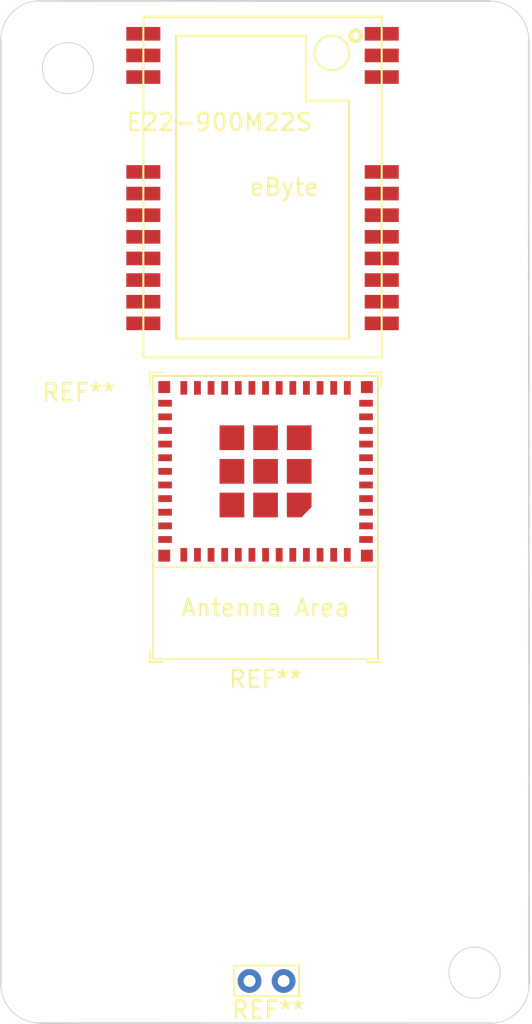
<source format=kicad_pcb>
(kicad_pcb (version 20240108) (generator "pcbnew") (generator_version "8.0")
  (layers (0 "F.Cu" signal) (31 "B.Cu" signal) (34 "B.Paste" user) (35 "F.Paste" user) (36 "B.SilkS" user "B.Silkscreen") (37 "F.SilkS" user "F.Silkscreen") (38 "B.Mask" user) (39 "F.Mask" user) (44 "Edge.Cuts" user))
  (net 0 "")
  (footprint "PCM_Espressif:ESP32-PICO-MINI-02" (layer "F.Cu") (at 140.386 96.446 180)
    (property "Reference" "REF**" (at 0 -12.2 0) (layer "F.SilkS"))
    (property "Value" "ESP32-PICO-MINI-02")
    (fp_line (start 6.8 5.8) (end 6 5.8) (stroke (width 0.12)) (layer "F.SilkS"))
    (fp_line (start 6.8 5) (end 6.8 5.8) (stroke (width 0.12)) (layer "F.SilkS"))
    (fp_line (start 6.8 -11.2) (end 6.8 -10.6) (stroke (width 0.12)) (layer "F.SilkS"))
    (fp_line (start 6.6 5.6) (end -6.6 5.6) (stroke (width 0.12)) (layer "F.SilkS"))
    (fp_line (start 6.6 -11) (end 6.6 5.6) (stroke (width 0.12)) (layer "F.SilkS"))
    (fp_line (start 6.05 -11.2) (end 6.8 -11.2) (stroke (width 0.12)) (layer "F.SilkS"))
    (fp_line (start -5.925 -11.2) (end -6.775 -11.2) (stroke (width 0.12)) (layer "F.SilkS"))
    (fp_line (start -6.6 5.6) (end -6.6 -11) (stroke (width 0.12)) (layer "F.SilkS"))
    (fp_line (start -6.6 -5.6) (end 6.6 -5.6) (stroke (width 0.12)) (layer "F.SilkS"))
    (fp_line (start -6.6 -11) (end 6.6 -11) (stroke (width 0.12)) (layer "F.SilkS"))
    (fp_line (start -6.8 5.8) (end -6 5.8) (stroke (width 0.12)) (layer "F.SilkS"))
    (fp_line (start -6.8 5) (end -6.8 5.8) (stroke (width 0.12)) (layer "F.SilkS"))
    (fp_text user "Antenna Area" (at 0 -8.001 0) (layer "F.SilkS"))
    (pad "1" smd rect (at -5.9 -4 270) (size 0.4 0.8) (layers "F.Cu" "F.Paste" "F.Mask"))
    (pad "2" smd rect (at -5.9 -3.2 270) (size 0.4 0.8) (layers "F.Cu" "F.Paste" "F.Mask"))
    (pad "3" smd rect (at -5.9 -2.4 270) (size 0.4 0.8) (layers "F.Cu" "F.Paste" "F.Mask"))
    (pad "4" smd rect (at -5.9 -1.6 270) (size 0.4 0.8) (layers "F.Cu" "F.Paste" "F.Mask"))
    (pad "5" smd rect (at -5.9 -0.8 270) (size 0.4 0.8) (layers "F.Cu" "F.Paste" "F.Mask"))
    (pad "6" smd rect (at -5.9 0 270) (size 0.4 0.8) (layers "F.Cu" "F.Paste" "F.Mask"))
    (pad "7" smd rect (at -5.9 0.8 270) (size 0.4 0.8) (layers "F.Cu" "F.Paste" "F.Mask"))
    (pad "8" smd rect (at -5.9 1.6 270) (size 0.4 0.8) (layers "F.Cu" "F.Paste" "F.Mask"))
    (pad "9" smd rect (at -5.9 2.4 270) (size 0.4 0.8) (layers "F.Cu" "F.Paste" "F.Mask"))
    (pad "10" smd rect (at -5.9 3.2 270) (size 0.4 0.8) (layers "F.Cu" "F.Paste" "F.Mask"))
    (pad "11" smd rect (at -5.9 4 270) (size 0.4 0.8) (layers "F.Cu" "F.Paste" "F.Mask"))
    (pad "12" smd rect (at -4.8 4.9 180) (size 0.4 0.8) (layers "F.Cu" "F.Paste" "F.Mask"))
    (pad "13" smd rect (at -4 4.9 180) (size 0.4 0.8) (layers "F.Cu" "F.Paste" "F.Mask"))
    (pad "14" smd rect (at -3.2 4.9 180) (size 0.4 0.8) (layers "F.Cu" "F.Paste" "F.Mask"))
    (pad "15" smd rect (at -2.4 4.9 180) (size 0.4 0.8) (layers "F.Cu" "F.Paste" "F.Mask"))
    (pad "16" smd rect (at -1.6 4.9 180) (size 0.4 0.8) (layers "F.Cu" "F.Paste" "F.Mask"))
    (pad "17" smd rect (at -0.8 4.9 180) (size 0.4 0.8) (layers "F.Cu" "F.Paste" "F.Mask"))
    (pad "18" smd rect (at 0 4.9 180) (size 0.4 0.8) (layers "F.Cu" "F.Paste" "F.Mask"))
    (pad "19" smd rect (at 0.8 4.9 180) (size 0.4 0.8) (layers "F.Cu" "F.Paste" "F.Mask"))
    (pad "20" smd rect (at 1.6 4.9 180) (size 0.4 0.8) (layers "F.Cu" "F.Paste" "F.Mask"))
    (pad "21" smd rect (at 2.4 4.9 180) (size 0.4 0.8) (layers "F.Cu" "F.Paste" "F.Mask"))
    (pad "22" smd rect (at 3.2 4.9 180) (size 0.4 0.8) (layers "F.Cu" "F.Paste" "F.Mask"))
    (pad "23" smd rect (at 4 4.9 180) (size 0.4 0.8) (layers "F.Cu" "F.Paste" "F.Mask"))
    (pad "24" smd rect (at 4.8 4.9 180) (size 0.4 0.8) (layers "F.Cu" "F.Paste" "F.Mask"))
    (pad "25" smd rect (at 5.9 4 270) (size 0.4 0.8) (layers "F.Cu" "F.Paste" "F.Mask"))
    (pad "26" smd rect (at 5.9 3.2 270) (size 0.4 0.8) (layers "F.Cu" "F.Paste" "F.Mask"))
    (pad "27" smd rect (at 5.9 2.4 270) (size 0.4 0.8) (layers "F.Cu" "F.Paste" "F.Mask"))
    (pad "28" smd rect (at 5.9 1.6 270) (size 0.4 0.8) (layers "F.Cu" "F.Paste" "F.Mask"))
    (pad "29" smd rect (at 5.9 0.8 270) (size 0.4 0.8) (layers "F.Cu" "F.Paste" "F.Mask"))
    (pad "30" smd rect (at 5.9 0 270) (size 0.4 0.8) (layers "F.Cu" "F.Paste" "F.Mask"))
    (pad "31" smd rect (at 5.9 -0.8 270) (size 0.4 0.8) (layers "F.Cu" "F.Paste" "F.Mask"))
    (pad "32" smd rect (at 5.9 -1.6 270) (size 0.4 0.8) (layers "F.Cu" "F.Paste" "F.Mask"))
    (pad "33" smd rect (at 5.9 -2.4 270) (size 0.4 0.8) (layers "F.Cu" "F.Paste" "F.Mask"))
    (pad "34" smd rect (at 5.9 -3.2 270) (size 0.4 0.8) (layers "F.Cu" "F.Paste" "F.Mask"))
    (pad "35" smd rect (at 5.9 -4 270) (size 0.4 0.8) (layers "F.Cu" "F.Paste" "F.Mask"))
    (pad "36" smd rect (at 4.8 -4.9 180) (size 0.4 0.8) (layers "F.Cu" "F.Paste" "F.Mask"))
    (pad "37" smd rect (at 4 -4.9 180) (size 0.4 0.8) (layers "F.Cu" "F.Paste" "F.Mask"))
    (pad "38" smd rect (at 3.2 -4.9 180) (size 0.4 0.8) (layers "F.Cu" "F.Paste" "F.Mask"))
    (pad "39" smd rect (at 2.4 -4.9 180) (size 0.4 0.8) (layers "F.Cu" "F.Paste" "F.Mask"))
    (pad "40" smd rect (at 1.6 -4.9 180) (size 0.4 0.8) (layers "F.Cu" "F.Paste" "F.Mask"))
    (pad "41" smd rect (at 0.8 -4.9 180) (size 0.4 0.8) (layers "F.Cu" "F.Paste" "F.Mask"))
    (pad "42" smd rect (at 0 -4.9 180) (size 0.4 0.8) (layers "F.Cu" "F.Paste" "F.Mask"))
    (pad "43" smd rect (at -0.8 -4.9 180) (size 0.4 0.8) (layers "F.Cu" "F.Paste" "F.Mask"))
    (pad "44" smd rect (at -1.6 -4.9 180) (size 0.4 0.8) (layers "F.Cu" "F.Paste" "F.Mask"))
    (pad "45" smd rect (at -2.4 -4.9 180) (size 0.4 0.8) (layers "F.Cu" "F.Paste" "F.Mask"))
    (pad "46" smd rect (at -3.2 -4.9 180) (size 0.4 0.8) (layers "F.Cu" "F.Paste" "F.Mask"))
    (pad "47" smd rect (at -4 -4.9 180) (size 0.4 0.8) (layers "F.Cu" "F.Paste" "F.Mask"))
    (pad "48" smd rect (at -4.8 -4.9 180) (size 0.4 0.8) (layers "F.Cu" "F.Paste" "F.Mask"))
    (pad "49" smd custom (at -1.975 -1.975 180) (size 0.8 0.8) (layers "F.Cu" "F.Paste" "F.Mask") (options (clearance outline) (anchor rect)) (primitives (gr_poly (pts (xy 0.725 0.725) (xy -0.725 0.725) (xy -0.725 -0.125) (xy -0.125 -0.725) (xy 0.725 -0.725)) (width 0) (fill yes))))
    (pad "49" smd rect (at -1.975 0 270) (size 1.45 1.45) (layers "F.Cu" "F.Paste" "F.Mask"))
    (pad "49" smd rect (at -1.975 1.975 270) (size 1.45 1.45) (layers "F.Cu" "F.Paste" "F.Mask"))
    (pad "49" smd rect (at 0 -1.975 270) (size 1.45 1.45) (layers "F.Cu" "F.Paste" "F.Mask"))
    (pad "49" smd rect (at 0 0 270) (size 1.45 1.45) (layers "F.Cu" "F.Paste" "F.Mask"))
    (pad "49" smd rect (at 0 1.975 270) (size 1.45 1.45) (layers "F.Cu" "F.Paste" "F.Mask"))
    (pad "49" smd rect (at 1.975 -1.975 270) (size 1.45 1.45) (layers "F.Cu" "F.Paste" "F.Mask"))
    (pad "49" smd rect (at 1.975 0 270) (size 1.45 1.45) (layers "F.Cu" "F.Paste" "F.Mask"))
    (pad "49" smd rect (at 1.975 1.975 270) (size 1.45 1.45) (layers "F.Cu" "F.Paste" "F.Mask"))
    (pad "50" smd rect (at 5.95 -4.95 270) (size 0.7 0.7) (layers "F.Cu" "F.Paste" "F.Mask"))
    (pad "51" smd rect (at 5.95 4.95 270) (size 0.7 0.7) (layers "F.Cu" "F.Paste" "F.Mask"))
    (pad "52" smd rect (at -5.95 4.95 270) (size 0.7 0.7) (layers "F.Cu" "F.Paste" "F.Mask"))
    (pad "53" smd rect (at -5.95 -4.95 270) (size 0.7 0.7) (layers "F.Cu" "F.Paste" "F.Mask"))
  )
  (footprint "RF_Module:E22-900M22S" (layer "F.Cu") (at 140.208 79.756 180)
    (property "Reference" "REF**" (at 10.795 -12.065 0) (layer "F.SilkS"))
    (property "Value" "E22-900M22S")
    (fp_line (start 7 10) (end -7 10) (stroke (width 0.127)) (layer "F.SilkS"))
    (fp_line (start 7 -10) (end 7 10) (stroke (width 0.127)) (layer "F.SilkS"))
    (fp_line (start 5.08 8.89) (end -2.54 8.89) (stroke (width 0.127)) (layer "F.SilkS"))
    (fp_line (start 5.08 -8.89) (end 5.08 8.89) (stroke (width 0.127)) (layer "F.SilkS"))
    (fp_line (start -2.54 8.89) (end -2.54 5.08) (stroke (width 0.127)) (layer "F.SilkS"))
    (fp_line (start -2.54 5.08) (end -5.08 5.08) (stroke (width 0.127)) (layer "F.SilkS"))
    (fp_line (start -5.08 5.08) (end -5.08 -8.89) (stroke (width 0.127)) (layer "F.SilkS"))
    (fp_line (start -5.08 -8.89) (end 5.08 -8.89) (stroke (width 0.127)) (layer "F.SilkS"))
    (fp_line (start -7 10) (end -7 -10) (stroke (width 0.127)) (layer "F.SilkS"))
    (fp_line (start -7 -10) (end 7 -10) (stroke (width 0.127)) (layer "F.SilkS"))
    (fp_circle (center -4.064 7.874) (end -3.048 7.874) (stroke (width 0.127)) (fill none) (layer "F.SilkS"))
    (fp_circle (center -5.461 8.89) (end -5.08 8.89) (stroke (width 0.127)) (fill none) (layer "F.SilkS"))
    (fp_circle (center -5.461 8.89) (end -5.207 8.89) (stroke (width 0.127)) (fill none) (layer "F.SilkS"))
    (fp_text user "eByte" (at -1.27 0 0) (layer "F.SilkS"))
    (fp_text user "E22-900M22S" (at 2.54 3.81 0) (layer "F.SilkS"))
    (pad "1" smd rect (at 7 9 180) (size 2 0.8) (layers "F.Cu" "F.Paste" "F.Mask"))
    (pad "2" smd rect (at 7 7.73 180) (size 2 0.8) (layers "F.Cu" "F.Paste" "F.Mask"))
    (pad "3" smd rect (at 7 6.46 180) (size 2 0.8) (layers "F.Cu" "F.Paste" "F.Mask"))
    (pad "4" smd rect (at 7 0.89 180) (size 2 0.8) (layers "F.Cu" "F.Paste" "F.Mask"))
    (pad "5" smd rect (at 7 -0.38 180) (size 2 0.8) (layers "F.Cu" "F.Paste" "F.Mask"))
    (pad "6" smd rect (at 7 -1.65 180) (size 2 0.8) (layers "F.Cu" "F.Paste" "F.Mask"))
    (pad "7" smd rect (at 7 -2.92 180) (size 2 0.8) (layers "F.Cu" "F.Paste" "F.Mask"))
    (pad "8" smd rect (at 7 -4.19 180) (size 2 0.8) (layers "F.Cu" "F.Paste" "F.Mask"))
    (pad "9" smd rect (at 7 -5.46 180) (size 2 0.8) (layers "F.Cu" "F.Paste" "F.Mask"))
    (pad "10" smd rect (at 7 -6.73 180) (size 2 0.8) (layers "F.Cu" "F.Paste" "F.Mask"))
    (pad "11" smd rect (at 7 -8 180) (size 2 0.8) (layers "F.Cu" "F.Paste" "F.Mask"))
    (pad "12" smd rect (at -7 -8 180) (size 2 0.8) (layers "F.Cu" "F.Paste" "F.Mask"))
    (pad "13" smd rect (at -7 -6.73 180) (size 2 0.8) (layers "F.Cu" "F.Paste" "F.Mask"))
    (pad "14" smd rect (at -7 -5.46 180) (size 2 0.8) (layers "F.Cu" "F.Paste" "F.Mask"))
    (pad "15" smd rect (at -7 -4.19 180) (size 2 0.8) (layers "F.Cu" "F.Paste" "F.Mask"))
    (pad "16" smd rect (at -7 -2.92 180) (size 2 0.8) (layers "F.Cu" "F.Paste" "F.Mask"))
    (pad "17" smd rect (at -7 -1.65 180) (size 2 0.8) (layers "F.Cu" "F.Paste" "F.Mask"))
    (pad "18" smd rect (at -7 -0.38 180) (size 2 0.8) (layers "F.Cu" "F.Paste" "F.Mask"))
    (pad "19" smd rect (at -7 0.89 180) (size 2 0.8) (layers "F.Cu" "F.Paste" "F.Mask"))
    (pad "20" smd rect (at -7 6.46 180) (size 2 0.8) (layers "F.Cu" "F.Paste" "F.Mask"))
    (pad "21" smd rect (at -7 7.73 180) (size 2 0.8) (layers "F.Cu" "F.Paste" "F.Mask"))
    (pad "22" smd rect (at -7 9 180) (size 2 0.8) (layers "F.Cu" "F.Paste" "F.Mask"))
  )
  (footprint "TestPoint:TestPoint_Bridge_Pitch2.0mm_Drill0.7mm" (layer "F.Cu") (at 139.446 126.365)
    (property "Reference" "REF**" (at 1.1 1.7 0) (layer "F.SilkS"))
    (property "Value" "TestPoint_Bridge_Pitch2.0mm_Drill0.7mm")
    (fp_line (start -0.9 -0.9) (end -0.9 0.9) (stroke (width 0.12)) (layer "F.SilkS"))
    (fp_line (start -0.9 0.9) (end 2.9 0.9) (stroke (width 0.12)) (layer "F.SilkS"))
    (fp_line (start 2.9 -0.9) (end -0.9 -0.9) (stroke (width 0.12)) (layer "F.SilkS"))
    (fp_line (start 2.9 0.9) (end 2.9 -0.9) (stroke (width 0.12)) (layer "F.SilkS"))
    (pad "1" thru_hole circle (at 0 0) (size 1.4 1.4) (drill 0.7) (layers "*.Cu" "*.Mask"))
    (pad "1" thru_hole circle (at 2 0) (size 1.4 1.4) (drill 0.7) (layers "*.Cu" "*.Mask"))
  )
  (gr_line (start 127.119261 68.822085) (end 153.543 68.834) (stroke (width 0.1)) (layer "Edge.Cuts"))
  (gr_arc (start 127.138914 128.837486) (mid 125.518113 128.174269) (end 124.840999 126.559225) (stroke (width 0.05)) (layer "Edge.Cuts"))
  (gr_line (start 153.585674 128.847346) (end 127.138914 128.837486) (stroke (width 0.1)) (layer "Edge.Cuts"))
  (gr_arc (start 124.841 71.12) (mid 125.504217 69.499199) (end 127.119261 68.822085) (stroke (width 0.05)) (layer "Edge.Cuts"))
  (gr_arc (start 153.543 68.834) (mid 155.163801 69.497217) (end 155.840915 71.112261) (stroke (width 0.05)) (layer "Edge.Cuts"))
  (gr_circle (center 152.654 125.881) (end 154.154 125.881) (stroke (width 0.05)) (fill none) (layer "Edge.Cuts"))
  (gr_line (start 124.841 71.12) (end 124.840999 126.559225) (stroke (width 0.1)) (layer "Edge.Cuts"))
  (gr_arc (start 155.863935 126.549431) (mid 155.200718 128.170232) (end 153.585674 128.847346) (stroke (width 0.05)) (layer "Edge.Cuts"))
  (gr_line (start 155.863935 126.549431) (end 155.840915 71.112261) (stroke (width 0.1)) (layer "Edge.Cuts"))
  (gr_circle (center 128.778 72.771) (end 130.278 72.771) (stroke (width 0.05)) (fill none) (layer "Edge.Cuts"))
)
</source>
